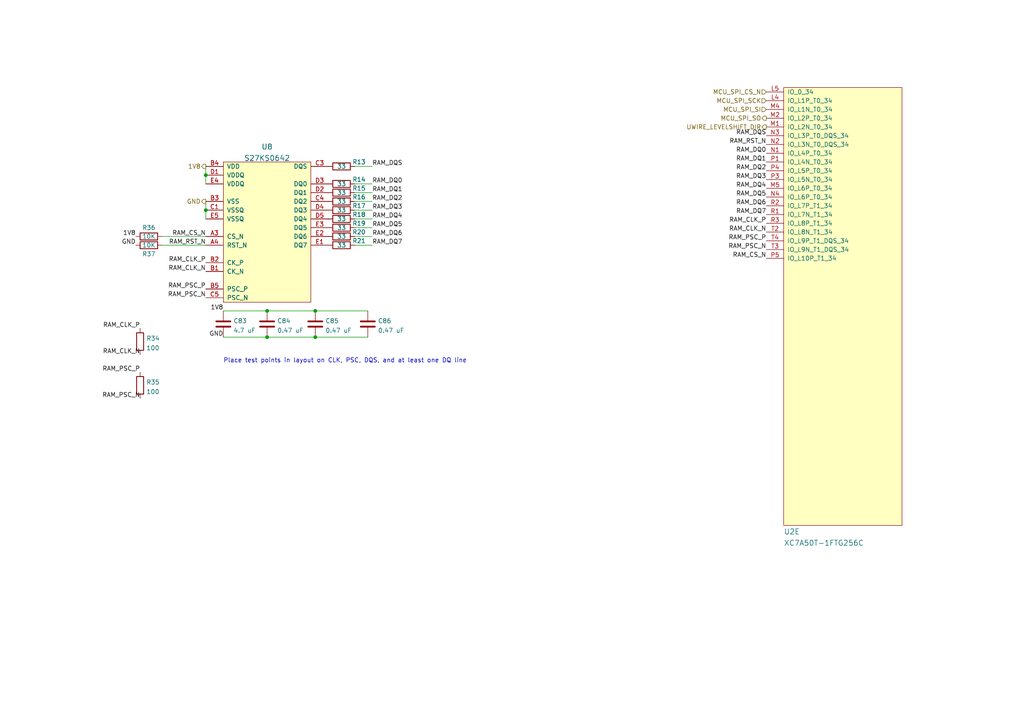
<source format=kicad_sch>
(kicad_sch (version 20211123) (generator eeschema)
  (paper "A4")
  (title_block (title "Digitizer board") (date "2023-01-29") (rev "0.1") (company "A. Zonenberg"))
  (lib_symbols
    (symbol "cypress-azonenberg:S27KS0641" (pin_names (offset 1.016))
      (property "Reference" "U" (at 0 -1.27 0))
      (property "Value" "S27KS0641" (at 0 -3.81 0))
      (symbol "S27KS0641_0_1"
        (rectangle (start 0 40.64) (end 25.4 0) (fill (type background)))
      )
      (symbol "S27KS0641_1_1"
        (pin input line (at -5.08 19.05 0) (length 5.08) (name "CS_N") (number "A3"))
        (pin input line (at -5.08 16.51 0) (length 5.08) (name "RST_N") (number "A4"))
        (pin input line (at -5.08 8.89 0) (length 5.08) (name "CK_N") (number "B1"))
        (pin input line (at -5.08 11.43 0) (length 5.08) (name "CK_P") (number "B2"))
        (pin power_in line (at -5.08 29.21 0) (length 5.08) (name "VSS") (number "B3"))
        (pin power_in line (at -5.08 39.37 0) (length 5.08) (name "VDD") (number "B4"))
        (pin input line (at -5.08 3.81 0) (length 5.08) (name "PSC_P") (number "B5"))
        (pin power_in line (at -5.08 26.67 0) (length 5.08) (name "VSSQ") (number "C1"))
        (pin bidirectional line (at 30.48 39.37 180) (length 5.08) (name "DQS") (number "C3"))
        (pin bidirectional line (at 30.48 29.21 180) (length 5.08) (name "DQ2") (number "C4"))
        (pin input line (at -5.08 1.27 0) (length 5.08) (name "PSC_N") (number "C5"))
        (pin power_in line (at -5.08 36.83 0) (length 5.08) (name "VDDQ") (number "D1"))
        (pin bidirectional line (at 30.48 31.75 180) (length 5.08) (name "DQ1") (number "D2"))
        (pin bidirectional line (at 30.48 34.29 180) (length 5.08) (name "DQ0") (number "D3"))
        (pin bidirectional line (at 30.48 26.67 180) (length 5.08) (name "DQ3") (number "D4"))
        (pin bidirectional line (at 30.48 24.13 180) (length 5.08) (name "DQ4") (number "D5"))
        (pin bidirectional line (at 30.48 16.51 180) (length 5.08) (name "DQ7") (number "E1"))
        (pin bidirectional line (at 30.48 19.05 180) (length 5.08) (name "DQ6") (number "E2"))
        (pin bidirectional line (at 30.48 21.59 180) (length 5.08) (name "DQ5") (number "E3"))
        (pin power_in line (at -5.08 34.29 0) (length 5.08) (name "VDDQ") (number "E4"))
        (pin power_in line (at -5.08 24.13 0) (length 5.08) (name "VSSQ") (number "E5"))
      )
    )
    (symbol "device:C" (pin_numbers hide) (pin_names (offset 0.254))
      (property "Reference" "C" (at 0.635 2.54 0))
      (property "Value" "C" (at 0.635 -2.54 0))
      (symbol "C_0_1"
        (polyline (pts (xy -2.032 -0.762) (xy 2.032 -0.762)) (stroke (width 0.508)))
        (polyline (pts (xy -2.032 0.762) (xy 2.032 0.762)) (stroke (width 0.508)))
      )
      (symbol "C_1_1"
        (pin passive line (at 0 3.81 270) (length 2.794) (name "~") (number "1"))
        (pin passive line (at 0 -3.81 90) (length 2.794) (name "~") (number "2"))
      )
    )
    (symbol "device:R" (pin_numbers hide) (pin_names (offset 0))
      (property "Reference" "R" (at 2.032 0 90))
      (property "Value" "R" (at 0 0 90))
      (symbol "R_0_1"
        (rectangle (start -1.016 -2.54) (end 1.016 2.54) (stroke (width 0.254)))
      )
      (symbol "R_1_1"
        (pin passive line (at 0 3.81 270) (length 1.27) (name "~") (number "1"))
        (pin passive line (at 0 -3.81 90) (length 1.27) (name "~") (number "2"))
      )
    )
    (symbol "xilinx-azonenberg:XC7AxT-xFTG256x" (pin_names (offset 1.016))
      (property "Reference" "U" (at 34.29 -2.54 0))
      (property "Value" "XC7AxT-xFTG256x" (at 0 -2.54 0))
      (symbol "XC7AxT-xFTG256x_0_1"
        (rectangle (start 0 125.73) (end 34.29 -1.27) (fill (type background)))
      )
      (symbol "XC7AxT-xFTG256x_1_1"
        (pin input line (at -5.08 7.62 0) (length 5.08) (name "CFGBVS") (number "E7"))
        (pin bidirectional line (at -5.08 22.86 0) (length 5.08) (name "CCLK") (number "E8"))
        (pin output line (at -5.08 17.78 0) (length 5.08) (name "DONE") (number "H10"))
        (pin power_in line (at -5.08 46.99 0) (length 5.08) (name "XADC_VREF_N") (number "H7"))
        (pin input line (at -5.08 55.88 0) (length 5.08) (name "XADC_VP") (number "H8"))
        (pin input line (at -5.08 53.34 0) (length 5.08) (name "XADC_VN") (number "J7"))
        (pin power_in line (at -5.08 49.53 0) (length 5.08) (name "XADC_VREF_P") (number "J8"))
        (pin bidirectional line (at -5.08 15.24 0) (length 5.08) (name "INIT_B") (number "K10"))
        (pin passive line (at -5.08 40.64 0) (length 5.08) (name "THERMAL_D_N") (number "K7"))
        (pin passive line (at -5.08 43.18 0) (length 5.08) (name "THERMAL_D_P") (number "K8"))
        (pin input line (at -5.08 35.56 0) (length 5.08) (name "TCK") (number "L7"))
        (pin input line (at -5.08 12.7 0) (length 5.08) (name "PROG_B") (number "L9"))
        (pin input line (at -5.08 2.54 0) (length 5.08) (name "M1") (number "M10"))
        (pin input line (at -5.08 0 0) (length 5.08) (name "M2") (number "M11"))
        (pin input line (at -5.08 27.94 0) (length 5.08) (name "TMS") (number "M7"))
        (pin input line (at -5.08 5.08 0) (length 5.08) (name "M0") (number "M9"))
        (pin input line (at -5.08 30.48 0) (length 5.08) (name "TDI") (number "N7"))
        (pin output line (at -5.08 33.02 0) (length 5.08) (name "TDO") (number "N8"))
      )
      (symbol "XC7AxT-xFTG256x_2_1"
        (pin power_in line (at -5.08 119.38 0) (length 5.08) (name "GND") (number "A1"))
        (pin power_in line (at -5.08 116.84 0) (length 5.08) (name "GND") (number "A11"))
        (pin power_in line (at 39.37 52.07 180) (length 5.08) (name "VCCO_15") (number "A16"))
        (pin power_in line (at 39.37 24.13 180) (length 5.08) (name "VCCO_35") (number "A6"))
        (pin power_in line (at 39.37 49.53 180) (length 5.08) (name "VCCO_15") (number "B13"))
        (pin power_in line (at 39.37 21.59 180) (length 5.08) (name "VCCO_35") (number "B3"))
        (pin power_in line (at -5.08 114.3 0) (length 5.08) (name "GND") (number "B8"))
        (pin power_in line (at 39.37 46.99 180) (length 5.08) (name "VCCO_15") (number "C10"))
        (pin power_in line (at -5.08 109.22 0) (length 5.08) (name "GND") (number "C15"))
        (pin power_in line (at -5.08 111.76 0) (length 5.08) (name "GND") (number "C5"))
        (pin power_in line (at -5.08 104.14 0) (length 5.08) (name "GND") (number "D12"))
        (pin power_in line (at -5.08 106.68 0) (length 5.08) (name "GND") (number "D2"))
        (pin power_in line (at 39.37 19.05 180) (length 5.08) (name "VCCO_35") (number "D7"))
        (pin power_in line (at 39.37 95.25 180) (length 5.08) (name "VCCBRAM") (number "E10"))
        (pin power_in line (at 39.37 44.45 180) (length 5.08) (name "VCCO_15") (number "E14"))
        (pin power_in line (at 39.37 16.51 180) (length 5.08) (name "VCCO_35") (number "E4"))
        (pin power_in line (at -5.08 101.6 0) (length 5.08) (name "GND") (number "E9"))
        (pin power_in line (at 39.37 13.97 180) (length 5.08) (name "VCCO_35") (number "F1"))
        (pin power_in line (at -5.08 96.52 0) (length 5.08) (name "GND") (number "F10"))
        (pin power_in line (at 39.37 92.71 180) (length 5.08) (name "VCCBRAM") (number "F11"))
        (pin power_in line (at -5.08 93.98 0) (length 5.08) (name "GND") (number "F16"))
        (pin power_in line (at -5.08 99.06 0) (length 5.08) (name "GND") (number "F6"))
        (pin power_in line (at 39.37 115.57 180) (length 5.08) (name "VCCINT") (number "F7"))
        (pin power_in line (at 39.37 119.38 180) (length 5.08) (name "VCCBATT") (number "F8"))
        (pin power_in line (at 39.37 113.03 180) (length 5.08) (name "VCCINT") (number "F9"))
        (pin power_in line (at 39.37 87.63 180) (length 5.08) (name "VCCAUX") (number "G10"))
        (pin power_in line (at -5.08 86.36 0) (length 5.08) (name "GND") (number "G13"))
        (pin power_in line (at -5.08 91.44 0) (length 5.08) (name "GND") (number "G3"))
        (pin power_in line (at 39.37 110.49 180) (length 5.08) (name "VCCINT") (number "G6"))
        (pin power_in line (at -5.08 124.46 0) (length 5.08) (name "GNDADC") (number "G7"))
        (pin power_in line (at 39.37 124.46 180) (length 5.08) (name "VCCADC") (number "G8"))
        (pin power_in line (at -5.08 88.9 0) (length 5.08) (name "GND") (number "G9"))
        (pin power_in line (at 39.37 41.91 180) (length 5.08) (name "VCCO_15") (number "H15"))
        (pin power_in line (at -5.08 83.82 0) (length 5.08) (name "GND") (number "H6"))
        (pin power_in line (at 39.37 107.95 180) (length 5.08) (name "VCCINT") (number "H9"))
        (pin power_in line (at 39.37 85.09 180) (length 5.08) (name "VCCAUX") (number "J10"))
        (pin power_in line (at -5.08 78.74 0) (length 5.08) (name "GND") (number "J11"))
        (pin power_in line (at 39.37 39.37 180) (length 5.08) (name "VCCO_15") (number "J12"))
        (pin power_in line (at 39.37 11.43 180) (length 5.08) (name "VCCO_35") (number "J2"))
        (pin power_in line (at 39.37 105.41 180) (length 5.08) (name "VCCINT") (number "J6"))
        (pin power_in line (at -5.08 81.28 0) (length 5.08) (name "GND") (number "J9"))
        (pin power_in line (at 39.37 82.55 180) (length 5.08) (name "VCCAUX") (number "K11"))
        (pin power_in line (at -5.08 71.12 0) (length 5.08) (name "GND") (number "K14"))
        (pin power_in line (at -5.08 76.2 0) (length 5.08) (name "GND") (number "K4"))
        (pin power_in line (at -5.08 73.66 0) (length 5.08) (name "GND") (number "K6"))
        (pin power_in line (at 39.37 102.87 180) (length 5.08) (name "VCCINT") (number "K9"))
        (pin power_in line (at -5.08 68.58 0) (length 5.08) (name "GND") (number "L1"))
        (pin power_in line (at 39.37 80.01 180) (length 5.08) (name "VCCAUX") (number "L10"))
        (pin power_in line (at -5.08 66.04 0) (length 5.08) (name "GND") (number "L11"))
        (pin power_in line (at 39.37 69.85 180) (length 5.08) (name "VCCO_14") (number "L16"))
        (pin power_in line (at 39.37 74.93 180) (length 5.08) (name "VCCO_0") (number "L6"))
        (pin power_in line (at 39.37 100.33 180) (length 5.08) (name "VCCINT") (number "L8"))
        (pin power_in line (at 39.37 67.31 180) (length 5.08) (name "VCCO_14") (number "M13"))
        (pin power_in line (at 39.37 34.29 180) (length 5.08) (name "VCCO_34") (number "M3"))
        (pin power_in line (at -5.08 63.5 0) (length 5.08) (name "GND") (number "M8"))
        (pin power_in line (at 39.37 64.77 180) (length 5.08) (name "VCCO_14") (number "N10"))
        (pin power_in line (at -5.08 58.42 0) (length 5.08) (name "GND") (number "N15"))
        (pin power_in line (at -5.08 60.96 0) (length 5.08) (name "GND") (number "N5"))
        (pin power_in line (at -5.08 53.34 0) (length 5.08) (name "GND") (number "P12"))
        (pin power_in line (at -5.08 55.88 0) (length 5.08) (name "GND") (number "P2"))
        (pin power_in line (at 39.37 62.23 180) (length 5.08) (name "VCCO_14") (number "P7"))
        (pin power_in line (at 39.37 59.69 180) (length 5.08) (name "VCCO_14") (number "R14"))
        (pin power_in line (at 39.37 31.75 180) (length 5.08) (name "VCCO_34") (number "R4"))
        (pin power_in line (at -5.08 50.8 0) (length 5.08) (name "GND") (number "R9"))
        (pin power_in line (at 39.37 29.21 180) (length 5.08) (name "VCCO_34") (number "T1"))
        (pin power_in line (at 39.37 57.15 180) (length 5.08) (name "VCCO_14") (number "T11"))
        (pin power_in line (at -5.08 45.72 0) (length 5.08) (name "GND") (number "T16"))
        (pin power_in line (at -5.08 48.26 0) (length 5.08) (name "GND") (number "T6"))
      )
      (symbol "XC7AxT-xFTG256x_3_1"
        (pin bidirectional line (at -5.08 121.92 0) (length 5.08) (name "IO_L1P_T0_D00_MOSI_14") (number "J13"))
        (pin bidirectional line (at -5.08 119.38 0) (length 5.08) (name "IO_L1N_T0_D01_DIN_14") (number "J14"))
        (pin bidirectional line (at -5.08 124.46 0) (length 5.08) (name "IO_0_14") (number "K12"))
        (pin bidirectional line (at -5.08 101.6 0) (length 5.08) (name "IO_L5P_T0_D06_14") (number "K13"))
        (pin bidirectional line (at -5.08 116.84 0) (length 5.08) (name "IO_L2P_T0_D02_14") (number "K15"))
        (pin bidirectional line (at -5.08 114.3 0) (length 5.08) (name "IO_L2N_T0_D03_14") (number "K16"))
        (pin bidirectional line (at -5.08 96.52 0) (length 5.08) (name "IO_L6P_T0_FCS_B_14") (number "L12"))
        (pin bidirectional line (at -5.08 99.06 0) (length 5.08) (name "IO_L5N_T0_D07_14") (number "L13"))
        (pin bidirectional line (at -5.08 106.68 0) (length 5.08) (name "IO_L4P_T0_D04_14") (number "L14"))
        (pin bidirectional line (at -5.08 111.76 0) (length 5.08) (name "IO_L3P_T0_DQS_PUDC_B_14") (number "L15"))
        (pin bidirectional line (at -5.08 93.98 0) (length 5.08) (name "IO_L6N_T0_D08_VREF_14") (number "M12"))
        (pin bidirectional line (at -5.08 104.14 0) (length 5.08) (name "IO_L4N_T0_D05_14") (number "M14"))
        (pin bidirectional line (at -5.08 109.22 0) (length 5.08) (name "IO_L3N_T0_DQS_EMCCLK_14") (number "M15"))
        (pin bidirectional line (at -5.08 91.44 0) (length 5.08) (name "IO_L7P_T1_D09_14") (number "M16"))
        (pin bidirectional line (at -5.08 30.48 0) (length 5.08) (name "IO_L19P_T3_A10_D26_14") (number "M6"))
        (pin bidirectional line (at -5.08 60.96 0) (length 5.08) (name "IO_L13P_T2_MRCC_14") (number "N11"))
        (pin bidirectional line (at -5.08 58.42 0) (length 5.08) (name "IO_L13N_T2_MRCC_14") (number "N12"))
        (pin bidirectional line (at -5.08 71.12 0) (length 5.08) (name "IO_L11P_T1_SRCC_14") (number "N13"))
        (pin bidirectional line (at -5.08 66.04 0) (length 5.08) (name "IO_L12P_T1_MRCC_14") (number "N14"))
        (pin bidirectional line (at -5.08 88.9 0) (length 5.08) (name "IO_L7N_T1_D10_14") (number "N16"))
        (pin bidirectional line (at -5.08 27.94 0) (length 5.08) (name "IO_L19N_T3_A09_D25_VREF_14") (number "N6"))
        (pin bidirectional line (at -5.08 35.56 0) (length 5.08) (name "IO_L18P_T2_A12_D28_14") (number "N9"))
        (pin bidirectional line (at -5.08 55.88 0) (length 5.08) (name "IO_L14P_T2_SRCC_14") (number "P10"))
        (pin bidirectional line (at -5.08 53.34 0) (length 5.08) (name "IO_L14N_T2_SRCC_14") (number "P11"))
        (pin bidirectional line (at -5.08 68.58 0) (length 5.08) (name "IO_L11N_T1_SRCC_14") (number "P13"))
        (pin bidirectional line (at -5.08 63.5 0) (length 5.08) (name "IO_L12N_T1_MRCC_14") (number "P14"))
        (pin bidirectional line (at -5.08 86.36 0) (length 5.08) (name "IO_L8P_T1_D11_14") (number "P15"))
        (pin bidirectional line (at -5.08 83.82 0) (length 5.08) (name "IO_L8N_T1_D12_14") (number "P16"))
        (pin bidirectional line (at -5.08 0 0) (length 5.08) (name "IO_25_14") (number "P6"))
        (pin bidirectional line (at -5.08 25.4 0) (length 5.08) (name "IO_L20P_T3_A08_D24_14") (number "P8"))
        (pin bidirectional line (at -5.08 33.02 0) (length 5.08) (name "IO_L18N_T2_A11_D27_14") (number "P9"))
        (pin bidirectional line (at -5.08 40.64 0) (length 5.08) (name "IO_L17P_T2_A14_D30_14") (number "R10"))
        (pin bidirectional line (at -5.08 38.1 0) (length 5.08) (name "IO_L17N_T2_A13_D29_14") (number "R11"))
        (pin bidirectional line (at -5.08 50.8 0) (length 5.08) (name "IO_L15P_T2_DQS_RDWR_B_14") (number "R12"))
        (pin bidirectional line (at -5.08 45.72 0) (length 5.08) (name "IO_L16P_T2_CSI_B_14") (number "R13"))
        (pin bidirectional line (at -5.08 81.28 0) (length 5.08) (name "IO_L9P_T1_DQS_14") (number "R15"))
        (pin bidirectional line (at -5.08 78.74 0) (length 5.08) (name "IO_L9N_T1_DQS_D13_14") (number "R16"))
        (pin bidirectional line (at -5.08 10.16 0) (length 5.08) (name "IO_L23P_T3_A03_D19_14") (number "R5"))
        (pin bidirectional line (at -5.08 5.08 0) (length 5.08) (name "IO_L24P_T3_A01_D17_14") (number "R6"))
        (pin bidirectional line (at -5.08 2.54 0) (length 5.08) (name "IO_L24N_T3_A00_D16_14") (number "R7"))
        (pin bidirectional line (at -5.08 22.86 0) (length 5.08) (name "IO_L20N_T3_A07_D23_14") (number "R8"))
        (pin bidirectional line (at -5.08 12.7 0) (length 5.08) (name "IO_L22N_T3_A04_D20_14") (number "T10"))
        (pin bidirectional line (at -5.08 48.26 0) (length 5.08) (name "IO_L15N_T2_DQS_DOUT_CSO_B_14") (number "T12"))
        (pin bidirectional line (at -5.08 43.18 0) (length 5.08) (name "IO_L16N_T2_A15_D31_14") (number "T13"))
        (pin bidirectional line (at -5.08 76.2 0) (length 5.08) (name "IO_L10P_T1_D14_14") (number "T14"))
        (pin bidirectional line (at -5.08 73.66 0) (length 5.08) (name "IO_L10N_T1_D15_14") (number "T15"))
        (pin bidirectional line (at -5.08 7.62 0) (length 5.08) (name "IO_L23N_T3_A02_D18_14") (number "T5"))
        (pin bidirectional line (at -5.08 20.32 0) (length 5.08) (name "IO_L21P_T3_DQS_14") (number "T7"))
        (pin bidirectional line (at -5.08 17.78 0) (length 5.08) (name "IO_L21N_T3_DQS_A06_D22_14") (number "T8"))
        (pin bidirectional line (at -5.08 15.24 0) (length 5.08) (name "IO_L22P_T3_A05_D21_14") (number "T9"))
      )
      (symbol "XC7AxT-xFTG256x_4_1"
        (pin bidirectional line (at -5.08 109.22 0) (length 5.08) (name "IO_L3N_T0_DQS_AD1N_15") (number "A10"))
        (pin bidirectional line (at -5.08 99.06 0) (length 5.08) (name "IO_L5N_T0_AD9N_15") (number "A12"))
        (pin bidirectional line (at -5.08 91.44 0) (length 5.08) (name "IO_L7P_T1_AD2P_15") (number "A13"))
        (pin bidirectional line (at -5.08 88.9 0) (length 5.08) (name "IO_L7N_T1_AD2N_15") (number "A14"))
        (pin bidirectional line (at -5.08 78.74 0) (length 5.08) (name "IO_L9N_T1_DQS_AD3N_15") (number "A15"))
        (pin bidirectional line (at -5.08 116.84 0) (length 5.08) (name "IO_L2P_T0_AD8P_15") (number "A8"))
        (pin bidirectional line (at -5.08 114.3 0) (length 5.08) (name "IO_L2N_T0_AD8N_15") (number "A9"))
        (pin bidirectional line (at -5.08 106.68 0) (length 5.08) (name "IO_L4P_T0_15") (number "B10"))
        (pin bidirectional line (at -5.08 104.14 0) (length 5.08) (name "IO_L4N_T0_15") (number "B11"))
        (pin bidirectional line (at -5.08 101.6 0) (length 5.08) (name "IO_L5P_T0_AD9P_15") (number "B12"))
        (pin bidirectional line (at -5.08 83.82 0) (length 5.08) (name "IO_L8N_T1_AD10N_15") (number "B14"))
        (pin bidirectional line (at -5.08 81.28 0) (length 5.08) (name "IO_L9P_T1_DQS_AD3P_15") (number "B15"))
        (pin bidirectional line (at -5.08 73.66 0) (length 5.08) (name "IO_L10N_T1_AD11N_15") (number "B16"))
        (pin bidirectional line (at -5.08 111.76 0) (length 5.08) (name "IO_L3P_T0_DQS_AD1P_15") (number "B9"))
        (pin bidirectional line (at -5.08 71.12 0) (length 5.08) (name "IO_L11P_T1_SRCC_15") (number "C11"))
        (pin bidirectional line (at -5.08 68.58 0) (length 5.08) (name "IO_L11N_T1_SRCC_15") (number "C12"))
        (pin bidirectional line (at -5.08 63.5 0) (length 5.08) (name "IO_L12N_T1_MRCC_15") (number "C13"))
        (pin bidirectional line (at -5.08 86.36 0) (length 5.08) (name "IO_L8P_T1_AD10P_15") (number "C14"))
        (pin bidirectional line (at -5.08 76.2 0) (length 5.08) (name "IO_L10P_T1_AD11P_15") (number "C16"))
        (pin bidirectional line (at -5.08 121.92 0) (length 5.08) (name "IO_L1P_T0_AD0P_15") (number "C8"))
        (pin bidirectional line (at -5.08 119.38 0) (length 5.08) (name "IO_L1N_T0_AD0N_15") (number "C9"))
        (pin bidirectional line (at -5.08 124.46 0) (length 5.08) (name "IO_0_15") (number "D10"))
        (pin bidirectional line (at -5.08 53.34 0) (length 5.08) (name "IO_L14N_T2_SRCC_15") (number "D11"))
        (pin bidirectional line (at -5.08 66.04 0) (length 5.08) (name "IO_L12P_T1_MRCC_15") (number "D13"))
        (pin bidirectional line (at -5.08 50.8 0) (length 5.08) (name "IO_L15P_T2_DQS_15") (number "D14"))
        (pin bidirectional line (at -5.08 48.26 0) (length 5.08) (name "IO_L15N_T2_DQS_ADV_B_15") (number "D15"))
        (pin bidirectional line (at -5.08 38.1 0) (length 5.08) (name "IO_L17N_T2_A25_15") (number "D16"))
        (pin bidirectional line (at -5.08 96.52 0) (length 5.08) (name "IO_L6P_T0_15") (number "D8"))
        (pin bidirectional line (at -5.08 93.98 0) (length 5.08) (name "IO_L6N_T0_VREF_15") (number "D9"))
        (pin bidirectional line (at -5.08 55.88 0) (length 5.08) (name "IO_L14P_T2_SRCC_15") (number "E11"))
        (pin bidirectional line (at -5.08 60.96 0) (length 5.08) (name "IO_L13P_T2_MRCC_15") (number "E12"))
        (pin bidirectional line (at -5.08 58.42 0) (length 5.08) (name "IO_L13N_T2_MRCC_15") (number "E13"))
        (pin bidirectional line (at -5.08 33.02 0) (length 5.08) (name "IO_L18N_T2_A23_15") (number "E15"))
        (pin bidirectional line (at -5.08 40.64 0) (length 5.08) (name "IO_L17P_T2_A26_15") (number "E16"))
        (pin bidirectional line (at -5.08 45.72 0) (length 5.08) (name "IO_L16P_T2_A28_15") (number "F12"))
        (pin bidirectional line (at -5.08 43.18 0) (length 5.08) (name "IO_L16N_T2_A27_15") (number "F13"))
        (pin bidirectional line (at -5.08 17.78 0) (length 5.08) (name "IO_L21N_T3_DQS_A18_15") (number "F14"))
        (pin bidirectional line (at -5.08 35.56 0) (length 5.08) (name "IO_L18P_T2_A24_15") (number "F15"))
        (pin bidirectional line (at -5.08 0 0) (length 5.08) (name "IO_25_15") (number "G11"))
        (pin bidirectional line (at -5.08 27.94 0) (length 5.08) (name "IO_L19N_T3_A21_VREF_15") (number "G12"))
        (pin bidirectional line (at -5.08 20.32 0) (length 5.08) (name "IO_L21P_T3_DQS_15") (number "G14"))
        (pin bidirectional line (at -5.08 2.54 0) (length 5.08) (name "IO_L24N_T3_RS0_15") (number "G15"))
        (pin bidirectional line (at -5.08 12.7 0) (length 5.08) (name "IO_L22N_T3_A16_15") (number "G16"))
        (pin bidirectional line (at -5.08 30.48 0) (length 5.08) (name "IO_L19P_T3_A22_15") (number "H11"))
        (pin bidirectional line (at -5.08 25.4 0) (length 5.08) (name "IO_L20P_T3_A20_15") (number "H12"))
        (pin bidirectional line (at -5.08 22.86 0) (length 5.08) (name "IO_L20N_T3_A19_15") (number "H13"))
        (pin bidirectional line (at -5.08 5.08 0) (length 5.08) (name "IO_L24P_T3_RS1_15") (number "H14"))
        (pin bidirectional line (at -5.08 15.24 0) (length 5.08) (name "IO_L22P_T3_A17_15") (number "H16"))
        (pin bidirectional line (at -5.08 10.16 0) (length 5.08) (name "IO_L23P_T3_FOE_B_15") (number "J15"))
        (pin bidirectional line (at -5.08 7.62 0) (length 5.08) (name "IO_L23N_T3_FWE_B_15") (number "J16"))
      )
      (symbol "XC7AxT-xFTG256x_5_1"
        (pin bidirectional line (at -5.08 121.92 0) (length 5.08) (name "IO_L1P_T0_34") (number "L4"))
        (pin bidirectional line (at -5.08 124.46 0) (length 5.08) (name "IO_0_34") (number "L5"))
        (pin bidirectional line (at -5.08 114.3 0) (length 5.08) (name "IO_L2N_T0_34") (number "M1"))
        (pin bidirectional line (at -5.08 116.84 0) (length 5.08) (name "IO_L2P_T0_34") (number "M2"))
        (pin bidirectional line (at -5.08 119.38 0) (length 5.08) (name "IO_L1N_T0_34") (number "M4"))
        (pin bidirectional line (at -5.08 96.52 0) (length 5.08) (name "IO_L6P_T0_34") (number "M5"))
        (pin bidirectional line (at -5.08 106.68 0) (length 5.08) (name "IO_L4P_T0_34") (number "N1"))
        (pin bidirectional line (at -5.08 109.22 0) (length 5.08) (name "IO_L3N_T0_DQS_34") (number "N2"))
        (pin bidirectional line (at -5.08 111.76 0) (length 5.08) (name "IO_L3P_T0_DQS_34") (number "N3"))
        (pin bidirectional line (at -5.08 93.98 0) (length 5.08) (name "IO_L6P_T0_34") (number "N4"))
        (pin bidirectional line (at -5.08 104.14 0) (length 5.08) (name "IO_L4N_T0_34") (number "P1"))
        (pin bidirectional line (at -5.08 99.06 0) (length 5.08) (name "IO_L5N_T0_34") (number "P3"))
        (pin bidirectional line (at -5.08 101.6 0) (length 5.08) (name "IO_L5P_T0_34") (number "P4"))
        (pin bidirectional line (at -5.08 76.2 0) (length 5.08) (name "IO_L10P_T1_34") (number "P5"))
        (pin bidirectional line (at -5.08 88.9 0) (length 5.08) (name "IO_L7N_T1_34") (number "R1"))
        (pin bidirectional line (at -5.08 91.44 0) (length 5.08) (name "IO_L7P_T1_34") (number "R2"))
        (pin bidirectional line (at -5.08 86.36 0) (length 5.08) (name "IO_L8P_T1_34") (number "R3"))
        (pin bidirectional line (at -5.08 83.82 0) (length 5.08) (name "IO_L8N_T1_34") (number "T2"))
        (pin bidirectional line (at -5.08 78.74 0) (length 5.08) (name "IO_L9N_T1_DQS_34") (number "T3"))
        (pin bidirectional line (at -5.08 81.28 0) (length 5.08) (name "IO_L9P_T1_DQS_34") (number "T4"))
      )
      (symbol "XC7AxT-xFTG256x_6_1"
        (pin bidirectional line (at -5.08 83.82 0) (length 5.08) (name "IO_L8N_T1_AD14N_35") (number "A2"))
        (pin bidirectional line (at -5.08 104.14 0) (length 5.08) (name "IO_L4N_T0_35") (number "A3"))
        (pin bidirectional line (at -5.08 109.22 0) (length 5.08) (name "IO_L3N_T0_DQS_AD5N_35") (number "A4"))
        (pin bidirectional line (at -5.08 111.76 0) (length 5.08) (name "IO_L3P_T0_DQS_AD5P_35") (number "A5"))
        (pin bidirectional line (at -5.08 119.38 0) (length 5.08) (name "IO_L1N_T0_AD4N_35") (number "A7"))
        (pin bidirectional line (at -5.08 78.74 0) (length 5.08) (name "IO_L9N_T1_DQS_AD7N_35") (number "B1"))
        (pin bidirectional line (at -5.08 86.36 0) (length 5.08) (name "IO_L8P_T1_AD14P_35") (number "B2"))
        (pin bidirectional line (at -5.08 106.68 0) (length 5.08) (name "IO_L4P_T0_35") (number "B4"))
        (pin bidirectional line (at -5.08 114.3 0) (length 5.08) (name "IO_L2N_T0_AD12N_35") (number "B5"))
        (pin bidirectional line (at -5.08 116.84 0) (length 5.08) (name "IO_L2P_T0_AD12P_35") (number "B6"))
        (pin bidirectional line (at -5.08 121.92 0) (length 5.08) (name "IO_L1P_T0_AD4P_35") (number "B7"))
        (pin bidirectional line (at -5.08 81.28 0) (length 5.08) (name "IO_L9P_T1_DQS_AD7P_35") (number "C1"))
        (pin bidirectional line (at -5.08 88.9 0) (length 5.08) (name "IO_L7N_T1_AD6N_35") (number "C2"))
        (pin bidirectional line (at -5.08 91.44 0) (length 5.08) (name "IO_L7P_T1_AD6P_35") (number "C3"))
        (pin bidirectional line (at -5.08 63.5 0) (length 5.08) (name "IO_L12N_T1_MRCC_35") (number "C4"))
        (pin bidirectional line (at -5.08 99.06 0) (length 5.08) (name "IO_L5N_T0_AD13N_35") (number "C6"))
        (pin bidirectional line (at -5.08 101.6 0) (length 5.08) (name "IO_L5P_T0_AD13P_35") (number "C7"))
        (pin bidirectional line (at -5.08 73.66 0) (length 5.08) (name "IO_L10N_T1_AD15N_35") (number "D1"))
        (pin bidirectional line (at -5.08 68.58 0) (length 5.08) (name "IO_L11N_T1_SRCC_35") (number "D3"))
        (pin bidirectional line (at -5.08 66.04 0) (length 5.08) (name "IO_L12P_T1_MRCC_35") (number "D4"))
        (pin bidirectional line (at -5.08 93.98 0) (length 5.08) (name "IO_L6N_T0_VREF_35") (number "D5"))
        (pin bidirectional line (at -5.08 96.52 0) (length 5.08) (name "IO_L6P_T0_35") (number "D6"))
        (pin bidirectional line (at -5.08 48.26 0) (length 5.08) (name "IO_L15N_T2_DQS_35") (number "E1"))
        (pin bidirectional line (at -5.08 76.2 0) (length 5.08) (name "IO_L10P_T1_AD15P_35") (number "E2"))
        (pin bidirectional line (at -5.08 71.12 0) (length 5.08) (name "IO_L11P_T1_SRCC_35") (number "E3"))
        (pin bidirectional line (at -5.08 58.42 0) (length 5.08) (name "IO_L13N_T2_MRCC_35") (number "E5"))
        (pin bidirectional line (at -5.08 124.46 0) (length 5.08) (name "IO_0_35") (number "E6"))
        (pin bidirectional line (at -5.08 50.8 0) (length 5.08) (name "IO_L15P_T2_DQS_35") (number "F2"))
        (pin bidirectional line (at -5.08 53.34 0) (length 5.08) (name "IO_L14N_T2_SRCC_35") (number "F3"))
        (pin bidirectional line (at -5.08 55.88 0) (length 5.08) (name "IO_L14P_T2_SRCC_35") (number "F4"))
        (pin bidirectional line (at -5.08 60.96 0) (length 5.08) (name "IO_L13P_T2_MRCC_35") (number "F5"))
        (pin bidirectional line (at -5.08 38.1 0) (length 5.08) (name "IO_L17N_T2_35") (number "G1"))
        (pin bidirectional line (at -5.08 40.64 0) (length 5.08) (name "IO_L17P_T2_35") (number "G2"))
        (pin bidirectional line (at -5.08 43.18 0) (length 5.08) (name "IO_L16N_T2_35") (number "G4"))
        (pin bidirectional line (at -5.08 45.72 0) (length 5.08) (name "IO_L16P_T2_35") (number "G5"))
        (pin bidirectional line (at -5.08 22.86 0) (length 5.08) (name "IO_L20P_T3_35") (number "H1"))
        (pin bidirectional line (at -5.08 25.4 0) (length 5.08) (name "IO_L20P_T3_35") (number "H2"))
        (pin bidirectional line (at -5.08 17.78 0) (length 5.08) (name "IO_L21P_T3_DQS_35") (number "H3"))
        (pin bidirectional line (at -5.08 33.02 0) (length 5.08) (name "IO_L18N_T2_35") (number "H4"))
        (pin bidirectional line (at -5.08 35.56 0) (length 5.08) (name "IO_L18P_T2_35") (number "H5"))
        (pin bidirectional line (at -5.08 12.7 0) (length 5.08) (name "IO_L22N_T3_35") (number "J1"))
        (pin bidirectional line (at -5.08 20.32 0) (length 5.08) (name "IO_L21P_T3_DQS_35") (number "J3"))
        (pin bidirectional line (at -5.08 27.94 0) (length 5.08) (name "IO_L19N_T3_VREF_35") (number "J4"))
        (pin bidirectional line (at -5.08 30.48 0) (length 5.08) (name "IO_L19P_T3_35") (number "J5"))
        (pin bidirectional line (at -5.08 15.24 0) (length 5.08) (name "IO_L22P_T3_35") (number "K1"))
        (pin bidirectional line (at -5.08 2.54 0) (length 5.08) (name "IO_L24N_T3_35") (number "K2"))
        (pin bidirectional line (at -5.08 5.08 0) (length 5.08) (name "IO_L24P_T3_35") (number "K3"))
        (pin bidirectional line (at -5.08 0 0) (length 5.08) (name "IO_25_35") (number "K5"))
        (pin bidirectional line (at -5.08 7.62 0) (length 5.08) (name "IO_L23N_T3_35") (number "L2"))
        (pin bidirectional line (at -5.08 10.16 0) (length 5.08) (name "IO_L23P_T3_35") (number "L3"))
      )
    )
  )
  (junction (at 91.44 90.17))
  (junction (at 77.47 97.79))
  (junction (at 91.44 97.79))
  (junction (at 77.47 90.17))
  (junction (at 59.69 50.8))
  (junction (at 59.69 60.96))
  (wire (pts (xy 77.47 90.17) (xy 91.44 90.17)))
  (wire (pts (xy 59.69 48.26) (xy 59.69 50.8)))
  (wire (pts (xy 46.99 68.58) (xy 59.69 68.58)))
  (wire (pts (xy 59.69 58.42) (xy 59.69 60.96)))
  (wire (pts (xy 91.44 97.79) (xy 106.68 97.79)))
  (wire (pts (xy 59.69 60.96) (xy 59.69 63.5)))
  (wire (pts (xy 102.87 68.58) (xy 107.95 68.58)))
  (wire (pts (xy 102.87 71.12) (xy 107.95 71.12)))
  (wire (pts (xy 64.77 97.79) (xy 77.47 97.79)))
  (wire (pts (xy 102.87 66.04) (xy 107.95 66.04)))
  (wire (pts (xy 102.87 48.26) (xy 107.95 48.26)))
  (wire (pts (xy 102.87 63.5) (xy 107.95 63.5)))
  (wire (pts (xy 102.87 55.88) (xy 107.95 55.88)))
  (wire (pts (xy 64.77 90.17) (xy 77.47 90.17)))
  (wire (pts (xy 77.47 97.79) (xy 91.44 97.79)))
  (wire (pts (xy 102.87 58.42) (xy 107.95 58.42)))
  (wire (pts (xy 59.69 50.8) (xy 59.69 53.34)))
  (wire (pts (xy 91.44 90.17) (xy 106.68 90.17)))
  (wire (pts (xy 102.87 53.34) (xy 107.95 53.34)))
  (wire (pts (xy 102.87 60.96) (xy 107.95 60.96)))
  (wire (pts (xy 46.99 71.12) (xy 59.69 71.12)))
  (text "Place test points in layout on CLK, PSC, DQS, and at least one DQ line" (at 64.77 105.41 0) (effects (font (size 1.27 1.27)) (justify left bottom)))
  (label "1V8" (at 64.77 90.17 180))
  (label "RAM_CLK_P" (at 59.69 76.2 180))
  (label "RAM_PSC_P" (at 59.69 83.82 180))
  (label "RAM_RST_N" (at 59.69 71.12 180))
  (label "RAM_PSC_N" (at 59.69 86.36 180))
  (label "RAM_DQ2" (at 107.95 58.42 0))
  (label "RAM_CLK_N" (at 222.25 67.31 180))
  (label "GND" (at 39.37 71.12 180))
  (label "RAM_CLK_P" (at 40.64 95.25 180))
  (label "RAM_DQ6" (at 107.95 68.58 0))
  (label "RAM_DQ0" (at 222.25 44.45 180))
  (label "RAM_CLK_N" (at 40.64 102.87 180))
  (label "RAM_DQ3" (at 107.95 60.96 0))
  (label "RAM_DQ1" (at 107.95 55.88 0))
  (label "RAM_DQS" (at 107.95 48.26 0))
  (label "RAM_DQ6" (at 222.25 59.69 180))
  (label "RAM_DQ0" (at 107.95 53.34 0))
  (label "RAM_PSC_P" (at 222.25 69.85 180))
  (label "RAM_DQ2" (at 222.25 49.53 180))
  (label "RAM_DQ5" (at 107.95 66.04 0))
  (label "RAM_CLK_P" (at 222.25 64.77 180))
  (label "RAM_DQ7" (at 107.95 71.12 0))
  (label "RAM_PSC_P" (at 40.64 107.95 180))
  (label "RAM_CLK_N" (at 59.69 78.74 180))
  (label "RAM_DQ7" (at 222.25 62.23 180))
  (label "RAM_DQ5" (at 222.25 57.15 180))
  (label "RAM_DQS" (at 222.25 39.37 180))
  (label "RAM_DQ4" (at 107.95 63.5 0))
  (label "RAM_PSC_N" (at 222.25 72.39 180))
  (label "RAM_DQ1" (at 222.25 46.99 180))
  (label "RAM_DQ4" (at 222.25 54.61 180))
  (label "GND" (at 64.77 97.79 180))
  (label "RAM_CS_N" (at 59.69 68.58 180))
  (label "RAM_RST_N" (at 222.25 41.91 180))
  (label "RAM_DQ3" (at 222.25 52.07 180))
  (label "RAM_PSC_N" (at 40.64 115.57 180))
  (label "1V8" (at 39.37 68.58 180))
  (label "RAM_CS_N" (at 222.25 74.93 180))
  (hierarchical_label "MCU_SPI_SCK" (shape input) (at 222.25 29.21 180))
  (hierarchical_label "1V8" (shape output) (at 59.69 48.26 180))
  (hierarchical_label "MCU_SPI_SO" (shape output) (at 222.25 34.29 180))
  (hierarchical_label "GND" (shape output) (at 59.69 58.42 180))
  (hierarchical_label "MCU_SPI_SI" (shape input) (at 222.25 31.75 180))
  (hierarchical_label "UWIRE_LEVELSHIFT_DIR" (shape output) (at 222.25 36.83 180))
  (hierarchical_label "MCU_SPI_CS_N" (shape input) (at 222.25 26.67 180))
  (symbol (lib_id "cypress-azonenberg:S27KS0641") (at 64.77 87.63 0) (unit 1)
    (property "Reference" "U8" (at 77.47 42.5861 0) (effects (font (size 1.524 1.524))))
    (property "Value" "S27KS0642" (at 77.47 45.8651 0) (effects (font (size 1.524 1.524))))
    (property "Footprint" "azonenberg_pcb:BGA_24_6x8_DEPOP1_1MM" (effects hide))
  )
  (symbol (lib_id "device:R") (at 99.06 55.88 90) (unit 1)
    (property "Reference" "R15" (at 104.14 54.61 90))
    (property "Value" "33" (at 99.06 55.88 90))
    (property "Footprint" "azonenberg_pcb:EIA_0402_RES_NOSILK" (effects hide))
  )
  (symbol (lib_id "device:R") (at 40.64 111.76 0) (unit 1)
    (property "Reference" "R35" (at 42.418 110.8515 0) (effects (justify left)))
    (property "Value" "100" (at 42.418 113.6266 0) (effects (justify left)))
    (property "Footprint" "azonenberg_pcb:EIA_0402_RES_NOSILK" (effects hide))
  )
  (symbol (lib_id "device:R") (at 43.18 68.58 90) (unit 1)
    (property "Reference" "R36" (at 43.18 66.04 90))
    (property "Value" "10K" (at 43.18 68.58 90))
    (property "Footprint" "azonenberg_pcb:EIA_0402_RES_NOSILK" (effects hide))
  )
  (symbol (lib_id "xilinx-azonenberg:XC7AxT-xFTG256x") (at 227.33 151.13 0) (unit 5)
    (property "Reference" "U2" (at 227.33 154.201 0) (effects (font (size 1.524 1.524)) (justify left)))
    (property "Value" "XC7A50T-1FTG256C" (at 227.33 157.48 0) (effects (font (size 1.524 1.524)) (justify left)))
    (property "Footprint" "azonenberg_pcb:BGA_256_17x17_FULLARRAY_1MM_0.4MM_FTG256" (effects hide))
  )
  (symbol (lib_id "device:R") (at 99.06 63.5 90) (unit 1)
    (property "Reference" "R18" (at 104.14 62.23 90))
    (property "Value" "33" (at 99.06 63.5 90))
    (property "Footprint" "azonenberg_pcb:EIA_0402_RES_NOSILK" (effects hide))
  )
  (symbol (lib_id "device:R") (at 99.06 68.58 90) (unit 1)
    (property "Reference" "R20" (at 104.14 67.31 90))
    (property "Value" "33" (at 99.06 68.58 90))
    (property "Footprint" "azonenberg_pcb:EIA_0402_RES_NOSILK" (effects hide))
  )
  (symbol (lib_id "device:R") (at 43.18 71.12 90) (unit 1)
    (property "Reference" "R37" (at 43.18 73.66 90))
    (property "Value" "10K" (at 43.18 71.12 90))
    (property "Footprint" "azonenberg_pcb:EIA_0402_RES_NOSILK" (effects hide))
  )
  (symbol (lib_id "device:R") (at 40.64 99.06 0) (unit 1)
    (property "Reference" "R34" (at 42.418 98.1515 0) (effects (justify left)))
    (property "Value" "100" (at 42.418 100.9266 0) (effects (justify left)))
    (property "Footprint" "azonenberg_pcb:EIA_0402_RES_NOSILK" (effects hide))
  )
  (symbol (lib_id "device:C") (at 64.77 93.98 0) (unit 1)
    (property "Reference" "C83" (at 67.691 93.0715 0) (effects (justify left)))
    (property "Value" "4.7 uF" (at 67.691 95.8466 0) (effects (justify left)))
    (property "Footprint" "azonenberg_pcb:EIA_0603_CAP_NOSILK" (effects hide))
  )
  (symbol (lib_id "device:C") (at 91.44 93.98 0) (unit 1)
    (property "Reference" "C85" (at 94.361 93.0715 0) (effects (justify left)))
    (property "Value" "0.47 uF" (at 94.361 95.8466 0) (effects (justify left)))
    (property "Footprint" "azonenberg_pcb:EIA_0402_CAP_NOSILK" (effects hide))
  )
  (symbol (lib_id "device:C") (at 106.68 93.98 0) (unit 1)
    (property "Reference" "C86" (at 109.601 93.0715 0) (effects (justify left)))
    (property "Value" "0.47 uF" (at 109.601 95.8466 0) (effects (justify left)))
    (property "Footprint" "azonenberg_pcb:EIA_0402_CAP_NOSILK" (effects hide))
  )
  (symbol (lib_id "device:R") (at 99.06 71.12 90) (unit 1)
    (property "Reference" "R21" (at 104.14 69.85 90))
    (property "Value" "33" (at 99.06 71.12 90))
    (property "Footprint" "azonenberg_pcb:EIA_0402_RES_NOSILK" (effects hide))
  )
  (symbol (lib_id "device:C") (at 77.47 93.98 0) (unit 1)
    (property "Reference" "C84" (at 80.391 93.0715 0) (effects (justify left)))
    (property "Value" "0.47 uF" (at 80.391 95.8466 0) (effects (justify left)))
    (property "Footprint" "azonenberg_pcb:EIA_0402_CAP_NOSILK" (effects hide))
  )
  (symbol (lib_id "device:R") (at 99.06 60.96 90) (unit 1)
    (property "Reference" "R17" (at 104.14 59.69 90))
    (property "Value" "33" (at 99.06 60.96 90))
    (property "Footprint" "azonenberg_pcb:EIA_0402_RES_NOSILK" (effects hide))
  )
  (symbol (lib_id "device:R") (at 99.06 53.34 90) (unit 1)
    (property "Reference" "R14" (at 104.14 52.07 90))
    (property "Value" "33" (at 99.06 53.34 90))
    (property "Footprint" "azonenberg_pcb:EIA_0402_RES_NOSILK" (effects hide))
  )
  (symbol (lib_id "device:R") (at 99.06 58.42 90) (unit 1)
    (property "Reference" "R16" (at 104.14 57.15 90))
    (property "Value" "33" (at 99.06 58.42 90))
    (property "Footprint" "azonenberg_pcb:EIA_0402_RES_NOSILK" (effects hide))
  )
  (symbol (lib_id "device:R") (at 99.06 48.26 90) (unit 1)
    (property "Reference" "R13" (at 104.14 46.99 90))
    (property "Value" "33" (at 99.06 48.26 90))
    (property "Footprint" "azonenberg_pcb:EIA_0402_RES_NOSILK" (effects hide))
  )
  (symbol (lib_id "device:R") (at 99.06 66.04 90) (unit 1)
    (property "Reference" "R19" (at 104.14 64.77 90))
    (property "Value" "33" (at 99.06 66.04 90))
    (property "Footprint" "azonenberg_pcb:EIA_0402_RES_NOSILK" (effects hide))
  )
)
</source>
